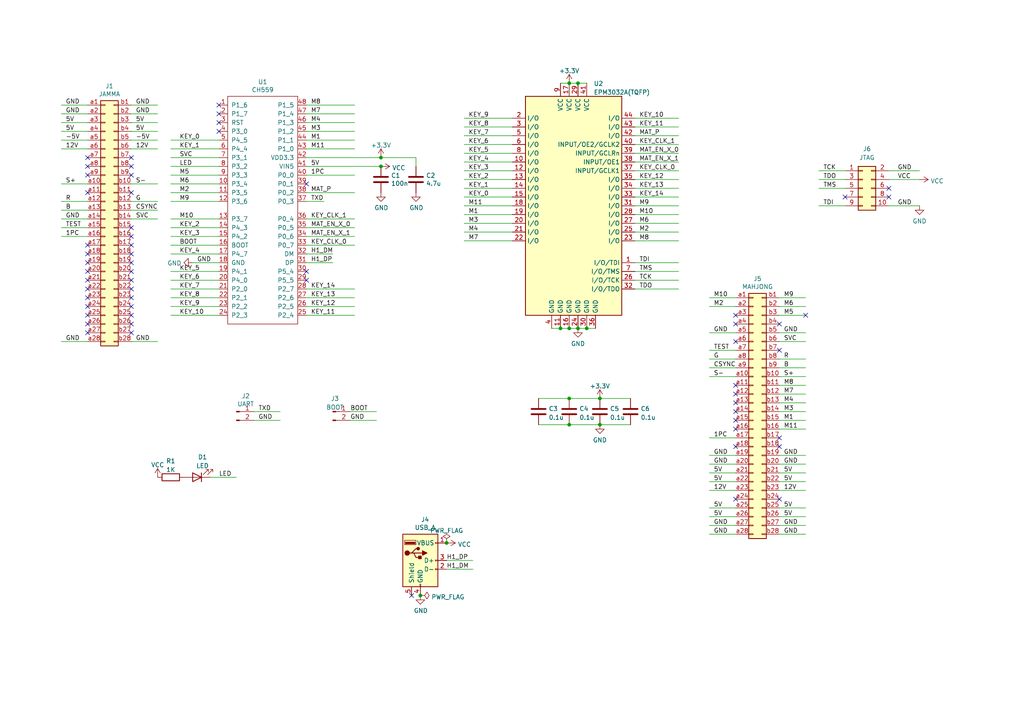
<source format=kicad_sch>
(kicad_sch (version 20211123) (generator eeschema)
  (paper "A4")
  (lib_symbols
    (symbol "Connector:Conn_01x02_Male" (pin_names (offset 1.016) hide)
      (property "Reference" "J" (at 0 2.54 0))
      (property "Value" "Conn_01x02_Male" (at 0 -5.08 0))
      (symbol "Conn_01x02_Male_1_1"
        (polyline (pts (xy 1.27 -2.54) (xy 0.8636 -2.54)) (stroke (width 0.1524)))
        (polyline (pts (xy 1.27 0) (xy 0.8636 0)) (stroke (width 0.1524)))
        (rectangle (start 0.8636 -2.413) (end 0 -2.667) (stroke (width 0.1524)) (fill (type outline)))
        (rectangle (start 0.8636 0.127) (end 0 -0.127) (stroke (width 0.1524)) (fill (type outline)))
        (pin passive line (at 5.08 0 180) (length 3.81) (name "Pin_1") (number "1"))
        (pin passive line (at 5.08 -2.54 180) (length 3.81) (name "Pin_2") (number "2"))
      )
    )
    (symbol "Connector:USB_A" (pin_names (offset 1.016))
      (property "Reference" "J" (at -5.08 11.43 0))
      (property "Value" "USB_A" (at -5.08 8.89 0))
      (symbol "USB_A_0_1"
        (rectangle (start -5.08 -7.62) (end 5.08 7.62) (stroke (width 0.254)) (fill (type background)))
        (circle (center -3.81 2.159) (radius 0.635) (stroke (width 0.254)) (fill (type outline)))
        (rectangle (start -1.524 4.826) (end -4.318 5.334) (fill (type outline)))
        (rectangle (start -1.27 4.572) (end -4.572 5.842))
        (circle (center -0.635 3.429) (radius 0.381) (stroke (width 0.254)) (fill (type outline)))
        (rectangle (start -0.127 -7.62) (end 0.127 -6.858))
        (polyline (pts (xy -3.175 2.159) (xy -2.54 2.159) (xy -1.27 3.429) (xy -0.635 3.429)) (stroke (width 0.254)))
        (polyline (pts (xy -2.54 2.159) (xy -1.905 2.159) (xy -1.27 0.889) (xy 0 0.889)) (stroke (width 0.254)))
        (polyline (pts (xy 0.635 2.794) (xy 0.635 1.524) (xy 1.905 2.159) (xy 0.635 2.794)) (stroke (width 0.254)) (fill (type outline)))
        (rectangle (start 0.254 1.27) (end -0.508 0.508) (stroke (width 0.254)) (fill (type outline)))
        (rectangle (start 5.08 -2.667) (end 4.318 -2.413))
        (rectangle (start 5.08 -0.127) (end 4.318 0.127))
        (rectangle (start 5.08 4.953) (end 4.318 5.207))
      )
      (symbol "USB_A_1_1"
        (polyline (pts (xy -1.905 2.159) (xy 0.635 2.159)) (stroke (width 0.254)))
        (pin power_in line (at 7.62 5.08 180) (length 2.54) (name "VBUS") (number "1"))
        (pin bidirectional line (at 7.62 -2.54 180) (length 2.54) (name "D-") (number "2"))
        (pin bidirectional line (at 7.62 0 180) (length 2.54) (name "D+") (number "3"))
        (pin power_in line (at 0 -10.16 90) (length 2.54) (name "GND") (number "4"))
        (pin passive line (at -2.54 -10.16 90) (length 2.54) (name "Shield") (number "5"))
      )
    )
    (symbol "Connector_Generic:Conn_02x05_Odd_Even" (pin_names (offset 1.016) hide)
      (property "Reference" "J" (at 1.27 7.62 0))
      (property "Value" "Conn_02x05_Odd_Even" (at 1.27 -7.62 0))
      (symbol "Conn_02x05_Odd_Even_1_1"
        (rectangle (start -1.27 -4.953) (end 0 -5.207) (stroke (width 0.1524)))
        (rectangle (start -1.27 -2.413) (end 0 -2.667) (stroke (width 0.1524)))
        (rectangle (start -1.27 0.127) (end 0 -0.127) (stroke (width 0.1524)))
        (rectangle (start -1.27 2.667) (end 0 2.413) (stroke (width 0.1524)))
        (rectangle (start -1.27 5.207) (end 0 4.953) (stroke (width 0.1524)))
        (rectangle (start -1.27 6.35) (end 3.81 -6.35) (stroke (width 0.254)) (fill (type background)))
        (rectangle (start 3.81 -4.953) (end 2.54 -5.207) (stroke (width 0.1524)))
        (rectangle (start 3.81 -2.413) (end 2.54 -2.667) (stroke (width 0.1524)))
        (rectangle (start 3.81 0.127) (end 2.54 -0.127) (stroke (width 0.1524)))
        (rectangle (start 3.81 2.667) (end 2.54 2.413) (stroke (width 0.1524)))
        (rectangle (start 3.81 5.207) (end 2.54 4.953) (stroke (width 0.1524)))
        (pin passive line (at -5.08 5.08 0) (length 3.81) (name "Pin_1") (number "1"))
        (pin passive line (at 7.62 -5.08 180) (length 3.81) (name "Pin_10") (number "10"))
        (pin passive line (at 7.62 5.08 180) (length 3.81) (name "Pin_2") (number "2"))
        (pin passive line (at -5.08 2.54 0) (length 3.81) (name "Pin_3") (number "3"))
        (pin passive line (at 7.62 2.54 180) (length 3.81) (name "Pin_4") (number "4"))
        (pin passive line (at -5.08 0 0) (length 3.81) (name "Pin_5") (number "5"))
        (pin passive line (at 7.62 0 180) (length 3.81) (name "Pin_6") (number "6"))
        (pin passive line (at -5.08 -2.54 0) (length 3.81) (name "Pin_7") (number "7"))
        (pin passive line (at 7.62 -2.54 180) (length 3.81) (name "Pin_8") (number "8"))
        (pin passive line (at -5.08 -5.08 0) (length 3.81) (name "Pin_9") (number "9"))
      )
    )
    (symbol "Connector_Generic:Conn_02x28_Row_Letter_First" (pin_names (offset 1.016) hide)
      (property "Reference" "J" (at 1.27 35.56 0))
      (property "Value" "Conn_02x28_Row_Letter_First" (at 1.27 -38.1 0))
      (symbol "Conn_02x28_Row_Letter_First_1_1"
        (rectangle (start -1.27 -35.433) (end 0 -35.687) (stroke (width 0.1524)))
        (rectangle (start -1.27 -32.893) (end 0 -33.147) (stroke (width 0.1524)))
        (rectangle (start -1.27 -30.353) (end 0 -30.607) (stroke (width 0.1524)))
        (rectangle (start -1.27 -27.813) (end 0 -28.067) (stroke (width 0.1524)))
        (rectangle (start -1.27 -25.273) (end 0 -25.527) (stroke (width 0.1524)))
        (rectangle (start -1.27 -22.733) (end 0 -22.987) (stroke (width 0.1524)))
        (rectangle (start -1.27 -20.193) (end 0 -20.447) (stroke (width 0.1524)))
        (rectangle (start -1.27 -17.653) (end 0 -17.907) (stroke (width 0.1524)))
        (rectangle (start -1.27 -15.113) (end 0 -15.367) (stroke (width 0.1524)))
        (rectangle (start -1.27 -12.573) (end 0 -12.827) (stroke (width 0.1524)))
        (rectangle (start -1.27 -10.033) (end 0 -10.287) (stroke (width 0.1524)))
        (rectangle (start -1.27 -7.493) (end 0 -7.747) (stroke (width 0.1524)))
        (rectangle (start -1.27 -4.953) (end 0 -5.207) (stroke (width 0.1524)))
        (rectangle (start -1.27 -2.413) (end 0 -2.667) (stroke (width 0.1524)))
        (rectangle (start -1.27 0.127) (end 0 -0.127) (stroke (width 0.1524)))
        (rectangle (start -1.27 2.667) (end 0 2.413) (stroke (width 0.1524)))
        (rectangle (start -1.27 5.207) (end 0 4.953) (stroke (width 0.1524)))
        (rectangle (start -1.27 7.747) (end 0 7.493) (stroke (width 0.1524)))
        (rectangle (start -1.27 10.287) (end 0 10.033) (stroke (width 0.1524)))
        (rectangle (start -1.27 12.827) (end 0 12.573) (stroke (width 0.1524)))
        (rectangle (start -1.27 15.367) (end 0 15.113) (stroke (width 0.1524)))
        (rectangle (start -1.27 17.907) (end 0 17.653) (stroke (width 0.1524)))
        (rectangle (start -1.27 20.447) (end 0 20.193) (stroke (width 0.1524)))
        (rectangle (start -1.27 22.987) (end 0 22.733) (stroke (width 0.1524)))
        (rectangle (start -1.27 25.527) (end 0 25.273) (stroke (width 0.1524)))
        (rectangle (start -1.27 28.067) (end 0 27.813) (stroke (width 0.1524)))
        (rectangle (start -1.27 30.607) (end 0 30.353) (stroke (width 0.1524)))
        (rectangle (start -1.27 33.147) (end 0 32.893) (stroke (width 0.1524)))
        (rectangle (start -1.27 34.29) (end 3.81 -36.83) (stroke (width 0.254)) (fill (type background)))
        (rectangle (start 3.81 -35.433) (end 2.54 -35.687) (stroke (width 0.1524)))
        (rectangle (start 3.81 -32.893) (end 2.54 -33.147) (stroke (width 0.1524)))
        (rectangle (start 3.81 -30.353) (end 2.54 -30.607) (stroke (width 0.1524)))
        (rectangle (start 3.81 -27.813) (end 2.54 -28.067) (stroke (width 0.1524)))
        (rectangle (start 3.81 -25.273) (end 2.54 -25.527) (stroke (width 0.1524)))
        (rectangle (start 3.81 -22.733) (end 2.54 -22.987) (stroke (width 0.1524)))
        (rectangle (start 3.81 -20.193) (end 2.54 -20.447) (stroke (width 0.1524)))
        (rectangle (start 3.81 -17.653) (end 2.54 -17.907) (stroke (width 0.1524)))
        (rectangle (start 3.81 -15.113) (end 2.54 -15.367) (stroke (width 0.1524)))
        (rectangle (start 3.81 -12.573) (end 2.54 -12.827) (stroke (width 0.1524)))
        (rectangle (start 3.81 -10.033) (end 2.54 -10.287) (stroke (width 0.1524)))
        (rectangle (start 3.81 -7.493) (end 2.54 -7.747) (stroke (width 0.1524)))
        (rectangle (start 3.81 -4.953) (end 2.54 -5.207) (stroke (width 0.1524)))
        (rectangle (start 3.81 -2.413) (end 2.54 -2.667) (stroke (width 0.1524)))
        (rectangle (start 3.81 0.127) (end 2.54 -0.127) (stroke (width 0.1524)))
        (rectangle (start 3.81 2.667) (end 2.54 2.413) (stroke (width 0.1524)))
        (rectangle (start 3.81 5.207) (end 2.54 4.953) (stroke (width 0.1524)))
        (rectangle (start 3.81 7.747) (end 2.54 7.493) (stroke (width 0.1524)))
        (rectangle (start 3.81 10.287) (end 2.54 10.033) (stroke (width 0.1524)))
        (rectangle (start 3.81 12.827) (end 2.54 12.573) (stroke (width 0.1524)))
        (rectangle (start 3.81 15.367) (end 2.54 15.113) (stroke (width 0.1524)))
        (rectangle (start 3.81 17.907) (end 2.54 17.653) (stroke (width 0.1524)))
        (rectangle (start 3.81 20.447) (end 2.54 20.193) (stroke (width 0.1524)))
        (rectangle (start 3.81 22.987) (end 2.54 22.733) (stroke (width 0.1524)))
        (rectangle (start 3.81 25.527) (end 2.54 25.273) (stroke (width 0.1524)))
        (rectangle (start 3.81 28.067) (end 2.54 27.813) (stroke (width 0.1524)))
        (rectangle (start 3.81 30.607) (end 2.54 30.353) (stroke (width 0.1524)))
        (rectangle (start 3.81 33.147) (end 2.54 32.893) (stroke (width 0.1524)))
        (pin passive line (at -5.08 33.02 0) (length 3.81) (name "Pin_a1") (number "a1"))
        (pin passive line (at -5.08 10.16 0) (length 3.81) (name "Pin_a10") (number "a10"))
        (pin passive line (at -5.08 7.62 0) (length 3.81) (name "Pin_a11") (number "a11"))
        (pin passive line (at -5.08 5.08 0) (length 3.81) (name "Pin_a12") (number "a12"))
        (pin passive line (at -5.08 2.54 0) (length 3.81) (name "Pin_a13") (number "a13"))
        (pin passive line (at -5.08 0 0) (length 3.81) (name "Pin_a14") (number "a14"))
        (pin passive line (at -5.08 -2.54 0) (length 3.81) (name "Pin_a15") (number "a15"))
        (pin passive line (at -5.08 -5.08 0) (length 3.81) (name "Pin_a16") (number "a16"))
        (pin passive line (at -5.08 -7.62 0) (length 3.81) (name "Pin_a17") (number "a17"))
        (pin passive line (at -5.08 -10.16 0) (length 3.81) (name "Pin_a18") (number "a18"))
        (pin passive line (at -5.08 -12.7 0) (length 3.81) (name "Pin_a19") (number "a19"))
        (pin passive line (at -5.08 30.48 0) (length 3.81) (name "Pin_a2") (number "a2"))
        (pin passive line (at -5.08 -15.24 0) (length 3.81) (name "Pin_a20") (number "a20"))
        (pin passive line (at -5.08 -17.78 0) (length 3.81) (name "Pin_a21") (number "a21"))
        (pin passive line (at -5.08 -20.32 0) (length 3.81) (name "Pin_a22") (number "a22"))
        (pin passive line (at -5.08 -22.86 0) (length 3.81) (name "Pin_a23") (number "a23"))
        (pin passive line (at -5.08 -25.4 0) (length 3.81) (name "Pin_a24") (number "a24"))
        (pin passive line (at -5.08 -27.94 0) (length 3.81) (name "Pin_a25") (number "a25"))
        (pin passive line (at -5.08 -30.48 0) (length 3.81) (name "Pin_a26") (number "a26"))
        (pin passive line (at -5.08 -33.02 0) (length 3.81) (name "Pin_a27") (number "a27"))
        (pin passive line (at -5.08 -35.56 0) (length 3.81) (name "Pin_a28") (number "a28"))
        (pin passive line (at -5.08 27.94 0) (length 3.81) (name "Pin_a3") (number "a3"))
        (pin passive line (at -5.08 25.4 0) (length 3.81) (name "Pin_a4") (number "a4"))
        (pin passive line (at -5.08 22.86 0) (length 3.81) (name "Pin_a5") (number "a5"))
        (pin passive line (at -5.08 20.32 0) (length 3.81) (name "Pin_a6") (number "a6"))
        (pin passive line (at -5.08 17.78 0) (length 3.81) (name "Pin_a7") (number "a7"))
        (pin passive line (at -5.08 15.24 0) (length 3.81) (name "Pin_a8") (number "a8"))
        (pin passive line (at -5.08 12.7 0) (length 3.81) (name "Pin_a9") (number "a9"))
        (pin passive line (at 7.62 33.02 180) (length 3.81) (name "Pin_b1") (number "b1"))
        (pin passive line (at 7.62 10.16 180) (length 3.81) (name "Pin_b10") (number "b10"))
        (pin passive line (at 7.62 7.62 180) (length 3.81) (name "Pin_b11") (number "b11"))
        (pin passive line (at 7.62 5.08 180) (length 3.81) (name "Pin_b12") (number "b12"))
        (pin passive line (at 7.62 2.54 180) (length 3.81) (name "Pin_b13") (number "b13"))
        (pin passive line (at 7.62 0 180) (length 3.81) (name "Pin_b14") (number "b14"))
        (pin passive line (at 7.62 -2.54 180) (length 3.81) (name "Pin_b15") (number "b15"))
        (pin passive line (at 7.62 -5.08 180) (length 3.81) (name "Pin_b16") (number "b16"))
        (pin passive line (at 7.62 -7.62 180) (length 3.81) (name "Pin_b17") (number "b17"))
        (pin passive line (at 7.62 -10.16 180) (length 3.81) (name "Pin_b18") (number "b18"))
        (pin passive line (at 7.62 -12.7 180) (length 3.81) (name "Pin_b19") (number "b19"))
        (pin passive line (at 7.62 30.48 180) (length 3.81) (name "Pin_b2") (number "b2"))
        (pin passive line (at 7.62 -15.24 180) (length 3.81) (name "Pin_b20") (number "b20"))
        (pin passive line (at 7.62 -17.78 180) (length 3.81) (name "Pin_b21") (number "b21"))
        (pin passive line (at 7.62 -20.32 180) (length 3.81) (name "Pin_b22") (number "b22"))
        (pin passive line (at 7.62 -22.86 180) (length 3.81) (name "Pin_b23") (number "b23"))
        (pin passive line (at 7.62 -25.4 180) (length 3.81) (name "Pin_b24") (number "b24"))
        (pin passive line (at 7.62 -27.94 180) (length 3.81) (name "Pin_b25") (number "b25"))
        (pin passive line (at 7.62 -30.48 180) (length 3.81) (name "Pin_b26") (number "b26"))
        (pin passive line (at 7.62 -33.02 180) (length 3.81) (name "Pin_b27") (number "b27"))
        (pin passive line (at 7.62 -35.56 180) (length 3.81) (name "Pin_b28") (number "b28"))
        (pin passive line (at 7.62 27.94 180) (length 3.81) (name "Pin_b3") (number "b3"))
        (pin passive line (at 7.62 25.4 180) (length 3.81) (name "Pin_b4") (number "b4"))
        (pin passive line (at 7.62 22.86 180) (length 3.81) (name "Pin_b5") (number "b5"))
        (pin passive line (at 7.62 20.32 180) (length 3.81) (name "Pin_b6") (number "b6"))
        (pin passive line (at 7.62 17.78 180) (length 3.81) (name "Pin_b7") (number "b7"))
        (pin passive line (at 7.62 15.24 180) (length 3.81) (name "Pin_b8") (number "b8"))
        (pin passive line (at 7.62 12.7 180) (length 3.81) (name "Pin_b9") (number "b9"))
      )
    )
    (symbol "Device:C" (pin_numbers hide) (pin_names (offset 0.254))
      (property "Reference" "C" (at 0.635 2.54 0))
      (property "Value" "C" (at 0.635 -2.54 0))
      (symbol "C_0_1"
        (polyline (pts (xy -2.032 -0.762) (xy 2.032 -0.762)) (stroke (width 0.508)))
        (polyline (pts (xy -2.032 0.762) (xy 2.032 0.762)) (stroke (width 0.508)))
      )
      (symbol "C_1_1"
        (pin passive line (at 0 3.81 270) (length 2.794) (name "~") (number "1"))
        (pin passive line (at 0 -3.81 90) (length 2.794) (name "~") (number "2"))
      )
    )
    (symbol "Device:LED" (pin_numbers hide) (pin_names (offset 1.016) hide)
      (property "Reference" "D" (at 0 2.54 0))
      (property "Value" "LED" (at 0 -2.54 0))
      (symbol "LED_0_1"
        (polyline (pts (xy -1.27 -1.27) (xy -1.27 1.27)) (stroke (width 0.254)))
        (polyline (pts (xy -1.27 0) (xy 1.27 0)))
        (polyline (pts (xy 1.27 -1.27) (xy 1.27 1.27) (xy -1.27 0) (xy 1.27 -1.27)) (stroke (width 0.254)))
        (polyline (pts (xy -3.048 -0.762) (xy -4.572 -2.286) (xy -3.81 -2.286) (xy -4.572 -2.286) (xy -4.572 -1.524)))
        (polyline (pts (xy -1.778 -0.762) (xy -3.302 -2.286) (xy -2.54 -2.286) (xy -3.302 -2.286) (xy -3.302 -1.524)))
      )
      (symbol "LED_1_1"
        (pin passive line (at -3.81 0 0) (length 2.54) (name "K") (number "1"))
        (pin passive line (at 3.81 0 180) (length 2.54) (name "A") (number "2"))
      )
    )
    (symbol "Device:R" (pin_numbers hide) (pin_names (offset 0))
      (property "Reference" "R" (at 2.032 0 90))
      (property "Value" "R" (at 0 0 90))
      (symbol "R_0_1"
        (rectangle (start -1.016 -2.54) (end 1.016 2.54) (stroke (width 0.254)))
      )
      (symbol "R_1_1"
        (pin passive line (at 0 3.81 270) (length 1.27) (name "~") (number "1"))
        (pin passive line (at 0 -3.81 90) (length 1.27) (name "~") (number "2"))
      )
    )
    (symbol "power:+3.3V" (power) (pin_names (offset 0))
      (property "Value" "+3.3V" (at 0 3.556 0))
      (symbol "+3.3V_0_1"
        (polyline (pts (xy -0.762 1.27) (xy 0 2.54)))
        (polyline (pts (xy 0 0) (xy 0 2.54)))
        (polyline (pts (xy 0 2.54) (xy 0.762 1.27)))
      )
      (symbol "+3.3V_1_1"
        (pin power_in line (at 0 0 90) (length 0) hide (name "+3.3V") (number "1"))
      )
    )
    (symbol "power:GND" (power) (pin_names (offset 0))
      (property "Value" "GND" (at 0 -3.81 0))
      (symbol "GND_0_1"
        (polyline (pts (xy 0 0) (xy 0 -1.27) (xy 1.27 -1.27) (xy 0 -2.54) (xy -1.27 -1.27) (xy 0 -1.27)))
      )
      (symbol "GND_1_1"
        (pin power_in line (at 0 0 270) (length 0) hide (name "GND") (number "1"))
      )
    )
    (symbol "power:PWR_FLAG" (power) (pin_numbers hide) (pin_names (offset 0) hide)
      (property "Value" "PWR_FLAG" (at 0 3.81 0))
      (symbol "PWR_FLAG_0_0"
        (pin power_out line (at 0 0 90) (length 0) (name "pwr") (number "1"))
      )
      (symbol "PWR_FLAG_0_1"
        (polyline (pts (xy 0 0) (xy 0 1.27) (xy -1.016 1.905) (xy 0 2.54) (xy 1.016 1.905) (xy 0 1.27)))
      )
    )
    (symbol "power:VCC" (power) (pin_names (offset 0))
      (property "Value" "VCC" (at 0 3.81 0))
      (symbol "VCC_0_1"
        (polyline (pts (xy -0.762 1.27) (xy 0 2.54)))
        (polyline (pts (xy 0 0) (xy 0 2.54)))
        (polyline (pts (xy 0 2.54) (xy 0.762 1.27)))
      )
      (symbol "VCC_1_1"
        (pin power_in line (at 0 0 90) (length 0) hide (name "VCC") (number "1"))
      )
    )
    (symbol "toyoshim:CH559" (pin_names (offset 1.016))
      (property "Reference" "U" (at 0 36.83 0))
      (property "Value" "CH559" (at 0 34.29 0))
      (symbol "CH559_0_1"
        (rectangle (start -10.16 31.75) (end 10.16 -34.29))
      )
      (symbol "CH559_1_1"
        (pin tri_state line (at -12.7 29.21 0) (length 2.54) (name "P1_6") (number "1"))
        (pin tri_state line (at -12.7 6.35 0) (length 2.54) (name "P3_4") (number "10"))
        (pin tri_state line (at -12.7 3.81 0) (length 2.54) (name "P3_5") (number "11"))
        (pin tri_state line (at -12.7 1.27 0) (length 2.54) (name "P3_6") (number "12"))
        (pin tri_state line (at -12.7 -3.81 0) (length 2.54) (name "P3_7") (number "13"))
        (pin tri_state line (at -12.7 -6.35 0) (length 2.54) (name "P4_3") (number "14"))
        (pin tri_state line (at -12.7 -8.89 0) (length 2.54) (name "P4_2") (number "15"))
        (pin tri_state line (at -12.7 -11.43 0) (length 2.54) (name "BOOT") (number "16"))
        (pin tri_state line (at -12.7 -13.97 0) (length 2.54) (name "P4_7") (number "17"))
        (pin power_in line (at -12.7 -16.51 0) (length 2.54) (name "GND") (number "18"))
        (pin tri_state line (at -12.7 -19.05 0) (length 2.54) (name "P4_1") (number "19"))
        (pin tri_state line (at -12.7 26.67 0) (length 2.54) (name "P1_7") (number "2"))
        (pin tri_state line (at -12.7 -21.59 0) (length 2.54) (name "P4_0") (number "20"))
        (pin tri_state line (at -12.7 -24.13 0) (length 2.54) (name "P2_0") (number "21"))
        (pin tri_state line (at -12.7 -26.67 0) (length 2.54) (name "P2_1") (number "22"))
        (pin tri_state line (at -12.7 -29.21 0) (length 2.54) (name "P2_2") (number "23"))
        (pin tri_state line (at -12.7 -31.75 0) (length 2.54) (name "P2_3") (number "24"))
        (pin tri_state line (at 12.7 -31.75 180) (length 2.54) (name "P2_4") (number "25"))
        (pin tri_state line (at 12.7 -29.21 180) (length 2.54) (name "P2_5") (number "26"))
        (pin tri_state line (at 12.7 -26.67 180) (length 2.54) (name "P2_6") (number "27"))
        (pin tri_state line (at 12.7 -24.13 180) (length 2.54) (name "P2_7") (number "28"))
        (pin tri_state line (at 12.7 -21.59 180) (length 2.54) (name "P5_5") (number "29"))
        (pin tri_state line (at -12.7 24.13 0) (length 2.54) (name "RST") (number "3"))
        (pin tri_state line (at 12.7 -19.05 180) (length 2.54) (name "P5_4") (number "30"))
        (pin tri_state line (at 12.7 -16.51 180) (length 2.54) (name "DP") (number "31"))
        (pin tri_state line (at 12.7 -13.97 180) (length 2.54) (name "DM") (number "32"))
        (pin tri_state line (at 12.7 -11.43 180) (length 2.54) (name "P0_7") (number "33"))
        (pin tri_state line (at 12.7 -8.89 180) (length 2.54) (name "P0_6") (number "34"))
        (pin tri_state line (at 12.7 -6.35 180) (length 2.54) (name "P0_5") (number "35"))
        (pin tri_state line (at 12.7 -3.81 180) (length 2.54) (name "P0_4") (number "36"))
        (pin tri_state line (at 12.7 1.27 180) (length 2.54) (name "P0_3") (number "37"))
        (pin tri_state line (at 12.7 3.81 180) (length 2.54) (name "P0_2") (number "38"))
        (pin tri_state line (at 12.7 6.35 180) (length 2.54) (name "P0_1") (number "39"))
        (pin tri_state line (at -12.7 21.59 0) (length 2.54) (name "P3_0") (number "4"))
        (pin tri_state line (at 12.7 8.89 180) (length 2.54) (name "P0_0") (number "40"))
        (pin power_in line (at 12.7 11.43 180) (length 2.54) (name "VIN5") (number "41"))
        (pin power_out line (at 12.7 13.97 180) (length 2.54) (name "VDD3.3") (number "42"))
        (pin tri_state line (at 12.7 16.51 180) (length 2.54) (name "P1_0") (number "43"))
        (pin tri_state line (at 12.7 19.05 180) (length 2.54) (name "P1_1") (number "44"))
        (pin tri_state line (at 12.7 21.59 180) (length 2.54) (name "P1_2") (number "45"))
        (pin tri_state line (at 12.7 24.13 180) (length 2.54) (name "P1_3") (number "46"))
        (pin tri_state line (at 12.7 26.67 180) (length 2.54) (name "P1_4") (number "47"))
        (pin tri_state line (at 12.7 29.21 180) (length 2.54) (name "P1_5") (number "48"))
        (pin tri_state line (at -12.7 19.05 0) (length 2.54) (name "P4_5") (number "5"))
        (pin tri_state line (at -12.7 16.51 0) (length 2.54) (name "P4_4") (number "6"))
        (pin tri_state line (at -12.7 13.97 0) (length 2.54) (name "P3_1") (number "7"))
        (pin tri_state line (at -12.7 11.43 0) (length 2.54) (name "P3_2") (number "8"))
        (pin tri_state line (at -12.7 8.89 0) (length 2.54) (name "P3_3") (number "9"))
      )
    )
    (symbol "toyoshim:EPM3032A(TQFP)"
      (property "Reference" "U" (at -13.97 33.02 0))
      (property "Value" "EPM3032A(TQFP)" (at -13.97 -33.02 0))
      (symbol "EPM3032A(TQFP)_1_1"
        (rectangle (start -13.97 31.75) (end 13.97 -31.75) (stroke (width 0.254)) (fill (type background)))
        (pin bidirectional line (at 17.78 -16.51 180) (length 3.81) (name "I/O/TDI") (number "1"))
        (pin bidirectional line (at -17.78 12.7 0) (length 3.81) (name "I/O") (number "10"))
        (pin power_in line (at -3.81 -35.56 90) (length 3.81) (name "GND") (number "11"))
        (pin bidirectional line (at -17.78 10.16 0) (length 3.81) (name "I/O") (number "12"))
        (pin bidirectional line (at -17.78 7.62 0) (length 3.81) (name "I/O") (number "13"))
        (pin bidirectional line (at -17.78 5.08 0) (length 3.81) (name "I/O") (number "14"))
        (pin bidirectional line (at -17.78 2.54 0) (length 3.81) (name "I/O") (number "15"))
        (pin power_in line (at -1.27 -35.56 90) (length 3.81) (name "GND") (number "16"))
        (pin power_in line (at -1.27 35.56 270) (length 3.81) (name "VCC") (number "17"))
        (pin bidirectional line (at -17.78 0 0) (length 3.81) (name "I/O") (number "18"))
        (pin bidirectional line (at -17.78 -2.54 0) (length 3.81) (name "I/O") (number "19"))
        (pin bidirectional line (at -17.78 25.4 0) (length 3.81) (name "I/O") (number "2"))
        (pin bidirectional line (at -17.78 -5.08 0) (length 3.81) (name "I/O") (number "20"))
        (pin bidirectional line (at -17.78 -7.62 0) (length 3.81) (name "I/O") (number "21"))
        (pin bidirectional line (at -17.78 -10.16 0) (length 3.81) (name "I/O") (number "22"))
        (pin bidirectional line (at 17.78 -10.16 180) (length 3.81) (name "I/O") (number "23"))
        (pin power_in line (at 1.27 -35.56 90) (length 3.81) (name "GND") (number "24"))
        (pin bidirectional line (at 17.78 -7.62 180) (length 3.81) (name "I/O") (number "25"))
        (pin bidirectional line (at 17.78 -21.59 180) (length 3.81) (name "I/O/TCK") (number "26"))
        (pin bidirectional line (at 17.78 -5.08 180) (length 3.81) (name "I/O") (number "27"))
        (pin bidirectional line (at 17.78 -2.54 180) (length 3.81) (name "I/O") (number "28"))
        (pin power_in line (at 1.27 35.56 270) (length 3.81) (name "VCC") (number "29"))
        (pin bidirectional line (at -17.78 22.86 0) (length 3.81) (name "I/O") (number "3"))
        (pin power_in line (at 3.81 -35.56 90) (length 3.81) (name "GND") (number "30"))
        (pin bidirectional line (at 17.78 0 180) (length 3.81) (name "I/O") (number "31"))
        (pin bidirectional line (at 17.78 -24.13 180) (length 3.81) (name "I/O/TDO") (number "32"))
        (pin bidirectional line (at 17.78 2.54 180) (length 3.81) (name "I/O") (number "33"))
        (pin bidirectional line (at 17.78 5.08 180) (length 3.81) (name "I/O") (number "34"))
        (pin bidirectional line (at 17.78 7.62 180) (length 3.81) (name "I/O") (number "35"))
        (pin power_in line (at 6.35 -35.56 90) (length 3.81) (name "GND") (number "36"))
        (pin input line (at 17.78 10.16 180) (length 3.81) (name "INPUT/GCLK1") (number "37"))
        (pin input line (at 17.78 12.7 180) (length 3.81) (name "INPUT/OE1") (number "38"))
        (pin input line (at 17.78 15.24 180) (length 3.81) (name "INPUT/GCLRn") (number "39"))
        (pin power_in line (at -6.35 -35.56 90) (length 3.81) (name "GND") (number "4"))
        (pin input line (at 17.78 17.78 180) (length 3.81) (name "INPUT/OE2/GCLK2") (number "40"))
        (pin power_in line (at 3.81 35.56 270) (length 3.81) (name "VCC") (number "41"))
        (pin bidirectional line (at 17.78 20.32 180) (length 3.81) (name "I/O") (number "42"))
        (pin bidirectional line (at 17.78 22.86 180) (length 3.81) (name "I/O") (number "43"))
        (pin bidirectional line (at 17.78 25.4 180) (length 3.81) (name "I/O") (number "44"))
        (pin bidirectional line (at -17.78 20.32 0) (length 3.81) (name "I/O") (number "5"))
        (pin bidirectional line (at -17.78 17.78 0) (length 3.81) (name "I/O") (number "6"))
        (pin bidirectional line (at 17.78 -19.05 180) (length 3.81) (name "I/O/TMS") (number "7"))
        (pin bidirectional line (at -17.78 15.24 0) (length 3.81) (name "I/O") (number "8"))
        (pin power_in line (at -3.81 35.56 270) (length 3.81) (name "VCC") (number "9"))
      )
    )
  )
  (junction (at 173.99 115.57))
  (junction (at 173.99 123.19))
  (junction (at 110.49 48.26))
  (junction (at 165.1 95.25))
  (junction (at 167.64 24.13))
  (junction (at 121.92 172.72))
  (junction (at 165.1 115.57))
  (junction (at 162.56 95.25))
  (junction (at 165.1 24.13))
  (junction (at 165.1 123.19))
  (junction (at 170.18 95.25))
  (junction (at 110.49 45.72))
  (junction (at 167.64 95.25))
  (junction (at 129.54 157.48))
  (no_connect (at 38.1 81.28))
  (no_connect (at 63.5 38.1))
  (no_connect (at 25.4 86.36))
  (no_connect (at 25.4 55.88))
  (no_connect (at 63.5 30.48))
  (no_connect (at 38.1 66.04))
  (no_connect (at 38.1 55.88))
  (no_connect (at 257.81 54.61))
  (no_connect (at 25.4 83.82))
  (no_connect (at 38.1 45.72))
  (no_connect (at 213.36 121.92))
  (no_connect (at 25.4 88.9))
  (no_connect (at 38.1 76.2))
  (no_connect (at 25.4 45.72))
  (no_connect (at 38.1 86.36))
  (no_connect (at 25.4 93.98))
  (no_connect (at 63.5 35.56))
  (no_connect (at 38.1 78.74))
  (no_connect (at 119.38 172.72))
  (no_connect (at 25.4 91.44))
  (no_connect (at 213.36 124.46))
  (no_connect (at 38.1 96.52))
  (no_connect (at 226.06 93.98))
  (no_connect (at 213.36 99.06))
  (no_connect (at 213.36 114.3))
  (no_connect (at 213.36 111.76))
  (no_connect (at 213.36 129.54))
  (no_connect (at 213.36 93.98))
  (no_connect (at 63.5 33.02))
  (no_connect (at 38.1 91.44))
  (no_connect (at 38.1 83.82))
  (no_connect (at 226.06 129.54))
  (no_connect (at 25.4 96.52))
  (no_connect (at 245.11 57.15))
  (no_connect (at 38.1 88.9))
  (no_connect (at 25.4 73.66))
  (no_connect (at 25.4 50.8))
  (no_connect (at 38.1 71.12))
  (no_connect (at 213.36 144.78))
  (no_connect (at 25.4 81.28))
  (no_connect (at 233.68 91.44))
  (no_connect (at 25.4 78.74))
  (no_connect (at 38.1 68.58))
  (no_connect (at 226.06 101.6))
  (no_connect (at 25.4 71.12))
  (no_connect (at 25.4 48.26))
  (no_connect (at 257.81 57.15))
  (no_connect (at 226.06 144.78))
  (no_connect (at 213.36 116.84))
  (no_connect (at 213.36 119.38))
  (no_connect (at 38.1 93.98))
  (no_connect (at 38.1 48.26))
  (no_connect (at 38.1 73.66))
  (no_connect (at 25.4 76.2))
  (no_connect (at 38.1 50.8))
  (no_connect (at 88.9 53.34))
  (no_connect (at 88.9 78.74))
  (no_connect (at 88.9 81.28))
  (no_connect (at 226.06 127))
  (no_connect (at 213.36 91.44))
  (wire (pts (xy 184.15 46.99) (xy 196.85 46.99)))
  (wire (pts (xy 170.18 95.25) (xy 172.72 95.25)))
  (wire (pts (xy 162.56 24.13) (xy 165.1 24.13)))
  (wire (pts (xy 165.1 123.19) (xy 173.99 123.19)))
  (wire (pts (xy 205.74 134.62) (xy 213.36 134.62)))
  (wire (pts (xy 184.15 41.91) (xy 196.85 41.91)))
  (wire (pts (xy 226.06 96.52) (xy 233.68 96.52)))
  (wire (pts (xy 134.62 64.77) (xy 148.59 64.77)))
  (wire (pts (xy 226.06 147.32) (xy 233.68 147.32)))
  (wire (pts (xy 237.49 52.07) (xy 245.11 52.07)))
  (wire (pts (xy 88.9 66.04) (xy 102.87 66.04)))
  (wire (pts (xy 38.1 58.42) (xy 45.72 58.42)))
  (wire (pts (xy 134.62 44.45) (xy 148.59 44.45)))
  (wire (pts (xy 184.15 49.53) (xy 196.85 49.53)))
  (wire (pts (xy 38.1 33.02) (xy 45.72 33.02)))
  (wire (pts (xy 205.74 127) (xy 213.36 127)))
  (wire (pts (xy 129.54 165.1) (xy 137.16 165.1)))
  (wire (pts (xy 226.06 132.08) (xy 233.68 132.08)))
  (wire (pts (xy 49.53 83.82) (xy 63.5 83.82)))
  (wire (pts (xy 165.1 115.57) (xy 173.99 115.57)))
  (wire (pts (xy 160.02 95.25) (xy 162.56 95.25)))
  (wire (pts (xy 184.15 64.77) (xy 196.85 64.77)))
  (wire (pts (xy 226.06 119.38) (xy 233.68 119.38)))
  (wire (pts (xy 38.1 38.1) (xy 45.72 38.1)))
  (wire (pts (xy 88.9 43.18) (xy 102.87 43.18)))
  (wire (pts (xy 134.62 36.83) (xy 148.59 36.83)))
  (wire (pts (xy 184.15 62.23) (xy 196.85 62.23)))
  (wire (pts (xy 184.15 76.2) (xy 196.85 76.2)))
  (wire (pts (xy 173.99 115.57) (xy 182.88 115.57)))
  (wire (pts (xy 134.62 62.23) (xy 148.59 62.23)))
  (wire (pts (xy 25.4 40.64) (xy 17.78 40.64)))
  (wire (pts (xy 226.06 88.9) (xy 233.68 88.9)))
  (wire (pts (xy 49.53 58.42) (xy 63.5 58.42)))
  (wire (pts (xy 88.9 50.8) (xy 102.87 50.8)))
  (wire (pts (xy 88.9 58.42) (xy 93.98 58.42)))
  (wire (pts (xy 38.1 99.06) (xy 45.72 99.06)))
  (wire (pts (xy 226.06 91.44) (xy 233.68 91.44)))
  (wire (pts (xy 49.53 55.88) (xy 63.5 55.88)))
  (wire (pts (xy 205.74 88.9) (xy 213.36 88.9)))
  (wire (pts (xy 88.9 33.02) (xy 102.87 33.02)))
  (wire (pts (xy 73.66 119.38) (xy 81.28 119.38)))
  (wire (pts (xy 184.15 44.45) (xy 196.85 44.45)))
  (wire (pts (xy 49.53 43.18) (xy 63.5 43.18)))
  (wire (pts (xy 49.53 50.8) (xy 63.5 50.8)))
  (wire (pts (xy 226.06 86.36) (xy 233.68 86.36)))
  (wire (pts (xy 205.74 149.86) (xy 213.36 149.86)))
  (wire (pts (xy 25.4 68.58) (xy 17.78 68.58)))
  (wire (pts (xy 134.62 67.31) (xy 148.59 67.31)))
  (wire (pts (xy 205.74 132.08) (xy 213.36 132.08)))
  (wire (pts (xy 49.53 40.64) (xy 63.5 40.64)))
  (wire (pts (xy 134.62 49.53) (xy 148.59 49.53)))
  (wire (pts (xy 38.1 35.56) (xy 45.72 35.56)))
  (wire (pts (xy 226.06 121.92) (xy 233.68 121.92)))
  (wire (pts (xy 205.74 154.94) (xy 213.36 154.94)))
  (wire (pts (xy 173.99 123.19) (xy 182.88 123.19)))
  (wire (pts (xy 167.64 24.13) (xy 170.18 24.13)))
  (wire (pts (xy 134.62 59.69) (xy 148.59 59.69)))
  (wire (pts (xy 88.9 48.26) (xy 110.49 48.26)))
  (wire (pts (xy 49.53 81.28) (xy 63.5 81.28)))
  (wire (pts (xy 134.62 52.07) (xy 148.59 52.07)))
  (wire (pts (xy 226.06 142.24) (xy 233.68 142.24)))
  (wire (pts (xy 73.66 121.92) (xy 81.28 121.92)))
  (wire (pts (xy 88.9 30.48) (xy 102.87 30.48)))
  (wire (pts (xy 257.81 59.69) (xy 266.7 59.69)))
  (wire (pts (xy 167.64 95.25) (xy 170.18 95.25)))
  (wire (pts (xy 237.49 54.61) (xy 245.11 54.61)))
  (wire (pts (xy 205.74 152.4) (xy 213.36 152.4)))
  (wire (pts (xy 25.4 38.1) (xy 17.78 38.1)))
  (wire (pts (xy 226.06 137.16) (xy 233.68 137.16)))
  (wire (pts (xy 25.4 58.42) (xy 17.78 58.42)))
  (wire (pts (xy 205.74 142.24) (xy 213.36 142.24)))
  (wire (pts (xy 88.9 40.64) (xy 102.87 40.64)))
  (wire (pts (xy 237.49 59.69) (xy 245.11 59.69)))
  (wire (pts (xy 226.06 139.7) (xy 233.68 139.7)))
  (wire (pts (xy 205.74 101.6) (xy 213.36 101.6)))
  (wire (pts (xy 226.06 111.76) (xy 233.68 111.76)))
  (wire (pts (xy 25.4 60.96) (xy 17.78 60.96)))
  (wire (pts (xy 226.06 114.3) (xy 233.68 114.3)))
  (wire (pts (xy 49.53 91.44) (xy 63.5 91.44)))
  (wire (pts (xy 49.53 68.58) (xy 63.5 68.58)))
  (wire (pts (xy 134.62 41.91) (xy 148.59 41.91)))
  (wire (pts (xy 205.74 86.36) (xy 213.36 86.36)))
  (wire (pts (xy 49.53 63.5) (xy 63.5 63.5)))
  (wire (pts (xy 25.4 66.04) (xy 17.78 66.04)))
  (wire (pts (xy 184.15 52.07) (xy 196.85 52.07)))
  (wire (pts (xy 88.9 68.58) (xy 102.87 68.58)))
  (wire (pts (xy 60.96 138.43) (xy 68.58 138.43)))
  (wire (pts (xy 38.1 60.96) (xy 45.72 60.96)))
  (wire (pts (xy 49.53 86.36) (xy 63.5 86.36)))
  (wire (pts (xy 184.15 36.83) (xy 196.85 36.83)))
  (wire (pts (xy 184.15 34.29) (xy 196.85 34.29)))
  (wire (pts (xy 226.06 99.06) (xy 233.68 99.06)))
  (wire (pts (xy 88.9 86.36) (xy 102.87 86.36)))
  (wire (pts (xy 226.06 124.46) (xy 233.68 124.46)))
  (wire (pts (xy 205.74 109.22) (xy 213.36 109.22)))
  (wire (pts (xy 226.06 116.84) (xy 233.68 116.84)))
  (wire (pts (xy 88.9 73.66) (xy 96.52 73.66)))
  (wire (pts (xy 184.15 54.61) (xy 196.85 54.61)))
  (wire (pts (xy 184.15 39.37) (xy 196.85 39.37)))
  (wire (pts (xy 184.15 59.69) (xy 196.85 59.69)))
  (wire (pts (xy 134.62 69.85) (xy 148.59 69.85)))
  (wire (pts (xy 184.15 78.74) (xy 196.85 78.74)))
  (wire (pts (xy 25.4 33.02) (xy 17.78 33.02)))
  (wire (pts (xy 25.4 53.34) (xy 17.78 53.34)))
  (wire (pts (xy 88.9 76.2) (xy 96.52 76.2)))
  (wire (pts (xy 25.4 35.56) (xy 17.78 35.56)))
  (wire (pts (xy 49.53 53.34) (xy 63.5 53.34)))
  (wire (pts (xy 38.1 30.48) (xy 45.72 30.48)))
  (wire (pts (xy 205.74 104.14) (xy 213.36 104.14)))
  (wire (pts (xy 49.53 48.26) (xy 63.5 48.26)))
  (wire (pts (xy 156.21 123.19) (xy 165.1 123.19)))
  (wire (pts (xy 88.9 63.5) (xy 102.87 63.5)))
  (wire (pts (xy 88.9 55.88) (xy 102.87 55.88)))
  (wire (pts (xy 88.9 88.9) (xy 102.87 88.9)))
  (wire (pts (xy 25.4 43.18) (xy 17.78 43.18)))
  (wire (pts (xy 49.53 88.9) (xy 63.5 88.9)))
  (wire (pts (xy 184.15 57.15) (xy 196.85 57.15)))
  (wire (pts (xy 165.1 24.13) (xy 167.64 24.13)))
  (wire (pts (xy 49.53 71.12) (xy 63.5 71.12)))
  (wire (pts (xy 55.88 76.2) (xy 63.5 76.2)))
  (wire (pts (xy 226.06 109.22) (xy 233.68 109.22)))
  (wire (pts (xy 88.9 45.72) (xy 110.49 45.72)))
  (wire (pts (xy 162.56 95.25) (xy 165.1 95.25)))
  (wire (pts (xy 49.53 45.72) (xy 63.5 45.72)))
  (wire (pts (xy 49.53 73.66) (xy 63.5 73.66)))
  (wire (pts (xy 25.4 99.06) (xy 17.78 99.06)))
  (wire (pts (xy 226.06 106.68) (xy 233.68 106.68)))
  (wire (pts (xy 226.06 152.4) (xy 233.68 152.4)))
  (wire (pts (xy 38.1 40.64) (xy 45.72 40.64)))
  (wire (pts (xy 101.6 121.92) (xy 109.22 121.92)))
  (wire (pts (xy 88.9 35.56) (xy 102.87 35.56)))
  (wire (pts (xy 110.49 45.72) (xy 120.65 45.72)))
  (wire (pts (xy 120.65 45.72) (xy 120.65 48.26)))
  (wire (pts (xy 165.1 95.25) (xy 167.64 95.25)))
  (wire (pts (xy 184.15 67.31) (xy 196.85 67.31)))
  (wire (pts (xy 226.06 149.86) (xy 233.68 149.86)))
  (wire (pts (xy 134.62 34.29) (xy 148.59 34.29)))
  (wire (pts (xy 205.74 139.7) (xy 213.36 139.7)))
  (wire (pts (xy 134.62 39.37) (xy 148.59 39.37)))
  (wire (pts (xy 38.1 53.34) (xy 45.72 53.34)))
  (wire (pts (xy 226.06 104.14) (xy 233.68 104.14)))
  (wire (pts (xy 88.9 38.1) (xy 102.87 38.1)))
  (wire (pts (xy 38.1 43.18) (xy 45.72 43.18)))
  (wire (pts (xy 129.54 162.56) (xy 137.16 162.56)))
  (wire (pts (xy 184.15 83.82) (xy 196.85 83.82)))
  (wire (pts (xy 134.62 57.15) (xy 148.59 57.15)))
  (wire (pts (xy 134.62 54.61) (xy 148.59 54.61)))
  (wire (pts (xy 226.06 134.62) (xy 233.68 134.62)))
  (wire (pts (xy 88.9 71.12) (xy 102.87 71.12)))
  (wire (pts (xy 257.81 52.07) (xy 266.7 52.07)))
  (wire (pts (xy 257.81 49.53) (xy 266.7 49.53)))
  (wire (pts (xy 205.74 96.52) (xy 213.36 96.52)))
  (wire (pts (xy 226.06 154.94) (xy 233.68 154.94)))
  (wire (pts (xy 49.53 66.04) (xy 63.5 66.04)))
  (wire (pts (xy 49.53 78.74) (xy 63.5 78.74)))
  (wire (pts (xy 237.49 49.53) (xy 245.11 49.53)))
  (wire (pts (xy 184.15 81.28) (xy 196.85 81.28)))
  (wire (pts (xy 134.62 46.99) (xy 148.59 46.99)))
  (wire (pts (xy 156.21 115.57) (xy 165.1 115.57)))
  (wire (pts (xy 88.9 83.82) (xy 102.87 83.82)))
  (wire (pts (xy 205.74 106.68) (xy 213.36 106.68)))
  (wire (pts (xy 88.9 91.44) (xy 102.87 91.44)))
  (wire (pts (xy 25.4 63.5) (xy 17.78 63.5)))
  (wire (pts (xy 25.4 30.48) (xy 17.78 30.48)))
  (wire (pts (xy 205.74 137.16) (xy 213.36 137.16)))
  (wire (pts (xy 205.74 147.32) (xy 213.36 147.32)))
  (wire (pts (xy 101.6 119.38) (xy 109.22 119.38)))
  (wire (pts (xy 38.1 63.5) (xy 45.72 63.5)))
  (wire (pts (xy 184.15 69.85) (xy 196.85 69.85)))
  (label "GND" (at 207.01 152.4 0))
  (label "TDO" (at 185.42 83.82 0))
  (label "KEY_9" (at 135.89 34.29 0))
  (label "TDI" (at 238.76 59.69 0))
  (label "M6" (at 185.42 64.77 0))
  (label "R" (at 227.33 104.14 0))
  (label "5V" (at 39.37 38.1 0))
  (label "KEY_12" (at 90.17 88.9 0))
  (label "CSYNC" (at 207.01 106.68 0))
  (label "KEY_9" (at 52.07 88.9 0))
  (label "M9" (at 185.42 59.69 0))
  (label "KEY_0" (at 52.07 40.64 0))
  (label "12V" (at 207.01 142.24 0))
  (label "12V" (at 19.05 43.18 0))
  (label "5V" (at 19.05 38.1 0))
  (label "GND" (at 207.01 134.62 0))
  (label "M10" (at 207.01 86.36 0))
  (label "BOOT" (at 52.07 71.12 0))
  (label "M11" (at 135.89 59.69 0))
  (label "KEY_5" (at 135.89 44.45 0))
  (label "KEY_1" (at 52.07 43.18 0))
  (label "GND" (at 39.37 99.06 0))
  (label "LED" (at 63.5 138.43 0))
  (label "B" (at 19.05 60.96 0))
  (label "M7" (at 227.33 114.3 0))
  (label "GND" (at 19.05 30.48 0))
  (label "KEY_12" (at 185.42 52.07 0))
  (label "M9" (at 52.07 58.42 0))
  (label "KEY_CLK_1" (at 90.17 63.5 0))
  (label "M3" (at 90.17 38.1 0))
  (label "5V" (at 207.01 139.7 0))
  (label "GND" (at 19.05 99.06 0))
  (label "GND" (at 207.01 96.52 0))
  (label "5V" (at 207.01 137.16 0))
  (label "GND" (at 227.33 132.08 0))
  (label "H1_DP" (at 90.17 76.2 0))
  (label "M7" (at 135.89 69.85 0))
  (label "5V" (at 90.17 48.26 0))
  (label "5V" (at 19.05 35.56 0))
  (label "1PC" (at 19.05 68.58 0))
  (label "MAT_EN_X_0" (at 185.42 44.45 0))
  (label "TCK" (at 238.76 49.53 0))
  (label "KEY_8" (at 52.07 86.36 0))
  (label "H1_DM" (at 90.17 73.66 0))
  (label "-5V" (at 39.37 40.64 0))
  (label "SVC" (at 227.33 99.06 0))
  (label "H1_DM" (at 129.54 165.1 0))
  (label "M11" (at 90.17 43.18 0))
  (label "KEY_13" (at 90.17 86.36 0))
  (label "12V" (at 39.37 43.18 0))
  (label "SVC" (at 52.07 45.72 0))
  (label "GND" (at 207.01 154.94 0))
  (label "M2" (at 52.07 55.88 0))
  (label "5V" (at 207.01 147.32 0))
  (label "KEY_7" (at 52.07 83.82 0))
  (label "GND" (at 39.37 30.48 0))
  (label "TCK" (at 185.42 81.28 0))
  (label "M10" (at 185.42 62.23 0))
  (label "M8" (at 227.33 111.76 0))
  (label "KEY_2" (at 135.89 52.07 0))
  (label "KEY_CLK_1" (at 185.42 41.91 0))
  (label "1PC" (at 90.17 50.8 0))
  (label "GND" (at 19.05 33.02 0))
  (label "TXD" (at 90.17 58.42 0))
  (label "S-" (at 39.37 53.34 0))
  (label "MAT_EN_X_1" (at 185.42 46.99 0))
  (label "GND" (at 207.01 132.08 0))
  (label "M2" (at 207.01 88.9 0))
  (label "G" (at 207.01 104.14 0))
  (label "5V" (at 227.33 149.86 0))
  (label "M7" (at 90.17 33.02 0))
  (label "MAT_P" (at 90.17 55.88 0))
  (label "KEY_6" (at 135.89 41.91 0))
  (label "KEY_10" (at 52.07 91.44 0))
  (label "M1" (at 135.89 62.23 0))
  (label "M6" (at 52.07 53.34 0))
  (label "M9" (at 227.33 86.36 0))
  (label "TDI" (at 185.42 76.2 0))
  (label "M5" (at 52.07 50.8 0))
  (label "GND" (at 227.33 96.52 0))
  (label "MAT_EN_X_0" (at 90.17 66.04 0))
  (label "12V" (at 227.33 142.24 0))
  (label "SVC" (at 39.37 63.5 0))
  (label "TEST" (at 19.05 66.04 0))
  (label "GND" (at 260.35 59.69 0))
  (label "KEY_14" (at 185.42 57.15 0))
  (label "GND" (at 227.33 154.94 0))
  (label "KEY_13" (at 185.42 54.61 0))
  (label "M11" (at 227.33 124.46 0))
  (label "5V" (at 207.01 149.86 0))
  (label "KEY_14" (at 90.17 83.82 0))
  (label "BOOT" (at 101.6 119.38 0))
  (label "KEY_3" (at 52.07 68.58 0))
  (label "KEY_11" (at 185.42 36.83 0))
  (label "GND" (at 39.37 33.02 0))
  (label "5V" (at 39.37 35.56 0))
  (label "GND" (at 74.93 121.92 0))
  (label "TEST" (at 207.01 101.6 0))
  (label "KEY_2" (at 52.07 66.04 0))
  (label "B" (at 227.33 106.68 0))
  (label "S+" (at 227.33 109.22 0))
  (label "M3" (at 135.89 64.77 0))
  (label "M1" (at 90.17 40.64 0))
  (label "KEY_7" (at 135.89 39.37 0))
  (label "TMS" (at 185.42 78.74 0))
  (label "M2" (at 185.42 67.31 0))
  (label "KEY_1" (at 135.89 54.61 0))
  (label "M6" (at 227.33 88.9 0))
  (label "G" (at 39.37 58.42 0))
  (label "H1_DP" (at 129.54 162.56 0))
  (label "GND" (at 227.33 134.62 0))
  (label "5V" (at 227.33 147.32 0))
  (label "TMS" (at 238.76 54.61 0))
  (label "GND" (at 19.05 63.5 0))
  (label "KEY_6" (at 52.07 81.28 0))
  (label "R" (at 19.05 58.42 0))
  (label "KEY_0" (at 135.89 57.15 0))
  (label "LED" (at 52.07 48.26 0))
  (label "M4" (at 135.89 67.31 0))
  (label "KEY_10" (at 185.42 34.29 0))
  (label "MAT_P" (at 185.42 39.37 0))
  (label "CSYNC" (at 39.37 60.96 0))
  (label "S+" (at 19.05 53.34 0))
  (label "KEY_5" (at 52.07 78.74 0))
  (label "M4" (at 227.33 116.84 0))
  (label "-5V" (at 19.05 40.64 0))
  (label "TDO" (at 238.76 52.07 0))
  (label "M4" (at 90.17 35.56 0))
  (label "KEY_3" (at 135.89 49.53 0))
  (label "KEY_4" (at 135.89 46.99 0))
  (label "KEY_CLK_0" (at 90.17 71.12 0))
  (label "MAT_EN_X_1" (at 90.17 68.58 0))
  (label "KEY_11" (at 90.17 91.44 0))
  (label "M8" (at 185.42 69.85 0))
  (label "KEY_8" (at 135.89 36.83 0))
  (label "KEY_CLK_0" (at 185.42 49.53 0))
  (label "GND" (at 101.6 121.92 0))
  (label "M10" (at 52.07 63.5 0))
  (label "5V" (at 227.33 139.7 0))
  (label "M3" (at 227.33 119.38 0))
  (label "VCC" (at 260.35 52.07 0))
  (label "GND" (at 227.33 152.4 0))
  (label "GND" (at 260.35 49.53 0))
  (label "1PC" (at 207.01 127 0))
  (label "GND" (at 57.15 76.2 0))
  (label "5V" (at 227.33 137.16 0))
  (label "M1" (at 227.33 121.92 0))
  (label "M5" (at 227.33 91.44 0))
  (label "S-" (at 207.01 109.22 0))
  (label "TXD" (at 74.93 119.38 0))
  (label "KEY_4" (at 52.07 73.66 0))
  (label "M8" (at 90.17 30.48 0))
  (symbol (lib_id "Connector_Generic:Conn_02x28_Row_Letter_First") (at 218.44 119.38 0) (unit 1)
    (property "Reference" "J5" (at 219.71 80.8482 0))
    (property "Value" "MAHJONG" (at 219.71 83.1596 0))
    (property "Footprint" "toyoshim:Connector_Edge_3.96mm_02x28_Row_JAMMA" (effects hide))
  )
  (symbol (lib_id "power:GND") (at 55.88 76.2 270) (unit 1)
    (property "Reference" "#PWR01" (effects hide))
    (property "Value" "GND" (at 52.6288 76.327 90) (effects (justify right)))
  )
  (symbol (lib_id "toyoshim:CH559") (at 76.2 59.69 0) (unit 1)
    (property "Reference" "U1" (at 76.2 23.749 0))
    (property "Value" "CH559" (at 76.2 26.0604 0))
    (property "Footprint" "Package_QFP:LQFP-48_7x7mm_P0.5mm" (effects hide))
  )
  (symbol (lib_id "Device:C") (at 110.49 52.07 0) (unit 1)
    (property "Reference" "C1" (at 113.411 50.9016 0) (effects (justify left)))
    (property "Value" "100n" (at 113.411 53.213 0) (effects (justify left)))
    (property "Footprint" "Capacitor_SMD:C_0603_1608Metric_Pad1.08x0.95mm_HandSolder" (effects hide))
  )
  (symbol (lib_id "power:GND") (at 110.49 55.88 0) (unit 1)
    (property "Reference" "#PWR03" (effects hide))
    (property "Value" "GND" (at 110.617 60.2742 0))
  )
  (symbol (lib_id "Device:C") (at 120.65 52.07 0) (unit 1)
    (property "Reference" "C2" (at 123.571 50.9016 0) (effects (justify left)))
    (property "Value" "4.7u" (at 123.571 53.213 0) (effects (justify left)))
    (property "Footprint" "Capacitor_SMD:C_0603_1608Metric_Pad1.08x0.95mm_HandSolder" (effects hide))
  )
  (symbol (lib_id "power:GND") (at 120.65 55.88 0) (unit 1)
    (property "Reference" "#PWR04" (effects hide))
    (property "Value" "GND" (at 120.777 60.2742 0))
  )
  (symbol (lib_id "Connector_Generic:Conn_02x28_Row_Letter_First") (at 30.48 63.5 0) (unit 1)
    (property "Reference" "J1" (at 31.75 24.9682 0))
    (property "Value" "JAMMA" (at 31.75 27.2796 0))
    (property "Footprint" "toyoshim:Connector_Edge_3.96mm_02x28_Row_JAMMA" (effects hide))
  )
  (symbol (lib_id "Connector:Conn_01x02_Male") (at 68.58 119.38 0) (unit 1)
    (property "Reference" "J2" (at 71.2724 114.8588 0))
    (property "Value" "UART" (at 71.2724 117.1702 0))
    (property "Footprint" "Connector_PinHeader_2.54mm:PinHeader_1x02_P2.54mm_Vertical" (effects hide))
  )
  (symbol (lib_id "power:VCC") (at 110.49 48.26 270) (unit 1)
    (property "Reference" "#PWR02" (effects hide))
    (property "Value" "VCC" (at 113.7412 48.6918 90) (effects (justify left)))
  )
  (symbol (lib_id "Connector:USB_A") (at 121.92 162.56 0) (unit 1)
    (property "Reference" "J4" (at 123.317 150.6982 0))
    (property "Value" "USB_A" (at 123.317 153.0096 0))
    (property "Footprint" "digikey:USB_A_Female_UE27AC54100" (effects hide))
    (property "Datasheet" " ~" (effects hide))
  )
  (symbol (lib_id "power:GND") (at 121.92 172.72 0) (unit 1)
    (property "Reference" "#PWR05" (effects hide))
    (property "Value" "GND" (at 122.047 177.1142 0))
  )
  (symbol (lib_id "power:VCC") (at 129.54 157.48 270) (unit 1)
    (property "Reference" "#PWR06" (effects hide))
    (property "Value" "VCC" (at 132.7912 157.9118 90) (effects (justify left)))
  )
  (symbol (lib_id "Device:C") (at 156.21 119.38 0) (unit 1)
    (property "Reference" "C3" (at 159.131 118.5453 0) (effects (justify left)))
    (property "Value" "0.1u" (at 159.131 121.0822 0) (effects (justify left)))
    (property "Footprint" "Capacitor_SMD:C_0603_1608Metric_Pad1.08x0.95mm_HandSolder" (effects hide))
  )
  (symbol (lib_id "Device:LED") (at 57.15 138.43 180) (unit 1)
    (property "Reference" "D1" (at 58.7375 132.5712 0))
    (property "Value" "LED" (at 58.7375 135.1081 0))
    (property "Footprint" "LED_SMD:LED_0603_1608Metric_Pad1.05x0.95mm_HandSolder" (effects hide))
  )
  (symbol (lib_id "Connector:Conn_01x02_Male") (at 96.52 119.38 0) (unit 1)
    (property "Reference" "J3" (at 97.155 115.604 0))
    (property "Value" "BOOT" (at 97.155 118.1409 0))
    (property "Footprint" "Connector_PinHeader_2.54mm:PinHeader_1x02_P2.54mm_Vertical" (effects hide))
  )
  (symbol (lib_id "power:VCC") (at 266.7 52.07 270) (unit 1)
    (property "Reference" "#PWR017" (effects hide))
    (property "Value" "VCC" (at 269.875 52.5038 90) (effects (justify left)))
  )
  (symbol (lib_id "power:+3.3V") (at 165.1 24.13 0) (unit 1)
    (property "Reference" "#PWR09" (effects hide))
    (property "Value" "+3.3V" (at 165.1 20.5542 0))
  )
  (symbol (lib_id "power:PWR_FLAG") (at 129.54 157.48 0) (unit 1)
    (property "Reference" "#FLG0102" (effects hide))
    (property "Value" "PWR_FLAG" (at 129.54 153.9042 0))
  )
  (symbol (lib_id "Device:C") (at 182.88 119.38 0) (unit 1)
    (property "Reference" "C6" (at 185.801 118.5453 0) (effects (justify left)))
    (property "Value" "0.1u" (at 185.801 121.0822 0) (effects (justify left)))
    (property "Footprint" "Capacitor_SMD:C_0603_1608Metric_Pad1.08x0.95mm_HandSolder" (effects hide))
  )
  (symbol (lib_id "power:VCC") (at 45.72 138.43 0) (unit 1)
    (property "Reference" "#PWR07" (effects hide))
    (property "Value" "VCC" (at 45.72 134.8542 0))
  )
  (symbol (lib_id "power:+3.3V") (at 110.49 45.72 0) (unit 1)
    (property "Reference" "#PWR08" (effects hide))
    (property "Value" "+3.3V" (at 110.49 42.1442 0))
  )
  (symbol (lib_id "power:GND") (at 266.7 59.69 0) (unit 1)
    (property "Reference" "#PWR018" (effects hide))
    (property "Value" "GND" (at 266.7 64.1334 0))
  )
  (symbol (lib_id "power:+3.3V") (at 173.99 115.57 0) (unit 1)
    (property "Reference" "#PWR011" (effects hide))
    (property "Value" "+3.3V" (at 173.99 111.9942 0))
  )
  (symbol (lib_id "Device:C") (at 165.1 119.38 0) (unit 1)
    (property "Reference" "C4" (at 168.021 118.5453 0) (effects (justify left)))
    (property "Value" "0.1u" (at 168.021 121.0822 0) (effects (justify left)))
    (property "Footprint" "Capacitor_SMD:C_0603_1608Metric_Pad1.08x0.95mm_HandSolder" (effects hide))
  )
  (symbol (lib_id "Device:R") (at 49.53 138.43 90) (unit 1)
    (property "Reference" "R1" (at 49.53 133.7142 90))
    (property "Value" "1K" (at 49.53 136.2511 90))
    (property "Footprint" "Resistor_SMD:R_0603_1608Metric_Pad0.98x0.95mm_HandSolder" (effects hide))
  )
  (symbol (lib_id "Device:C") (at 173.99 119.38 0) (unit 1)
    (property "Reference" "C5" (at 176.911 118.5453 0) (effects (justify left)))
    (property "Value" "0.1u" (at 176.911 121.0822 0) (effects (justify left)))
    (property "Footprint" "Capacitor_SMD:C_0603_1608Metric_Pad1.08x0.95mm_HandSolder" (effects hide))
  )
  (symbol (lib_id "toyoshim:EPM3032A(TQFP)") (at 166.37 59.69 0) (unit 1)
    (property "Reference" "U2" (at 172.1994 24.2402 0) (effects (justify left)))
    (property "Value" "EPM3032A(TQFP)" (at 172.1994 26.7771 0) (effects (justify left)))
    (property "Footprint" "Package_QFP:TQFP-44_10x10mm_P0.8mm" (effects hide))
  )
  (symbol (lib_id "power:GND") (at 173.99 123.19 0) (unit 1)
    (property "Reference" "#PWR012" (effects hide))
    (property "Value" "GND" (at 173.99 127.6334 0))
  )
  (symbol (lib_id "power:PWR_FLAG") (at 121.92 172.72 270) (unit 1)
    (property "Reference" "#FLG0101" (effects hide))
    (property "Value" "PWR_FLAG" (at 125.095 173.1538 90) (effects (justify left)))
  )
  (symbol (lib_id "power:GND") (at 167.64 95.25 0) (unit 1)
    (property "Reference" "#PWR010" (effects hide))
    (property "Value" "GND" (at 167.64 99.6934 0))
  )
  (symbol (lib_id "Connector_Generic:Conn_02x05_Odd_Even") (at 250.19 54.61 0) (unit 1)
    (property "Reference" "J6" (at 251.46 43.18 0))
    (property "Value" "JTAG" (at 251.46 45.7169 0))
    (property "Footprint" "Connector_PinHeader_2.54mm:PinHeader_2x05_P2.54mm_Vertical" (effects hide))
  )
)
</source>
